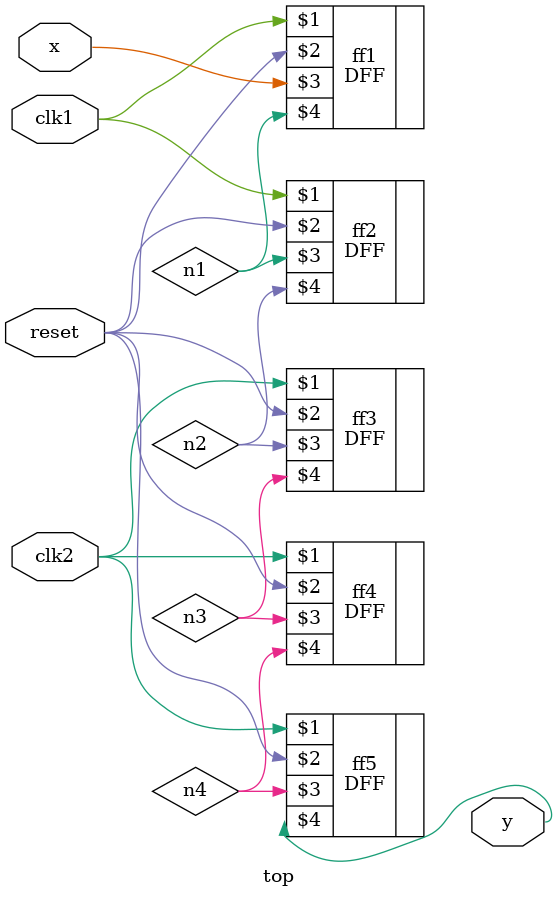
<source format=v>
module top (reset, clk1, clk2, x, y);

	input reset, clk1, clk2, x;
	output y;

	DFF ff1 (clk1, reset, x, n1);
	DFF ff2 (clk1, reset, n1, n2);
	DFF ff3 (clk2, reset, n2, n3);
	DFF ff4 (clk2, reset, n3, n4);
	DFF ff5 (clk2, reset, n4, y);

endmodule
</source>
